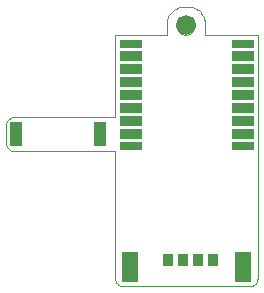
<source format=gbs>
G75*
%MOIN*%
%OFA0B0*%
%FSLAX24Y24*%
%IPPOS*%
%LPD*%
%AMOC8*
5,1,8,0,0,1.08239X$1,22.5*
%
%ADD10C,0.0000*%
%ADD11C,0.0665*%
%ADD12R,0.0434X0.0827*%
%ADD13R,0.0749X0.0316*%
%ADD14R,0.0749X0.0355*%
%ADD15R,0.0540X0.1040*%
%ADD16R,0.0360X0.0390*%
D10*
X009958Y013875D02*
X013333Y013875D01*
X013333Y009625D01*
X013335Y009595D01*
X013340Y009565D01*
X013349Y009536D01*
X013362Y009509D01*
X013377Y009483D01*
X013396Y009459D01*
X013417Y009438D01*
X013441Y009419D01*
X013467Y009404D01*
X013494Y009391D01*
X013523Y009382D01*
X013553Y009377D01*
X013583Y009375D01*
X017831Y009375D01*
X017861Y009377D01*
X017891Y009382D01*
X017920Y009391D01*
X017948Y009403D01*
X017973Y009419D01*
X017997Y009437D01*
X018019Y009458D01*
X018038Y009482D01*
X018053Y009508D01*
X018066Y009535D01*
X018075Y009564D01*
X018081Y009594D01*
X018083Y009624D01*
X018083Y017750D01*
X016333Y017750D01*
X016333Y018124D01*
X016333Y018125D02*
X016330Y018170D01*
X016323Y018215D01*
X016313Y018259D01*
X016300Y018303D01*
X016283Y018345D01*
X016263Y018386D01*
X016239Y018425D01*
X016213Y018462D01*
X016184Y018497D01*
X016152Y018529D01*
X016118Y018559D01*
X016082Y018586D01*
X016043Y018611D01*
X016003Y018632D01*
X015961Y018650D01*
X015918Y018664D01*
X015874Y018675D01*
X015829Y018683D01*
X015784Y018687D01*
X015738Y018688D01*
X015739Y018688D02*
X015603Y018688D01*
X015602Y018687D02*
X015555Y018682D01*
X015509Y018672D01*
X015464Y018660D01*
X015420Y018643D01*
X015377Y018624D01*
X015336Y018601D01*
X015297Y018575D01*
X015260Y018546D01*
X015226Y018514D01*
X015194Y018479D01*
X015164Y018442D01*
X015138Y018403D01*
X015115Y018362D01*
X015096Y018319D01*
X015079Y018275D01*
X015067Y018230D01*
X015057Y018184D01*
X015052Y018137D01*
X015050Y018090D01*
X015052Y018043D01*
X015052Y017750D01*
X013333Y017750D01*
X013333Y015000D01*
X009958Y015000D01*
X009928Y014998D01*
X009898Y014993D01*
X009869Y014984D01*
X009842Y014971D01*
X009816Y014956D01*
X009792Y014937D01*
X009771Y014916D01*
X009752Y014892D01*
X009737Y014866D01*
X009724Y014839D01*
X009715Y014810D01*
X009710Y014780D01*
X009708Y014750D01*
X009708Y014125D01*
X009710Y014095D01*
X009715Y014065D01*
X009724Y014036D01*
X009737Y014009D01*
X009752Y013983D01*
X009771Y013959D01*
X009792Y013938D01*
X009816Y013919D01*
X009842Y013904D01*
X009869Y013891D01*
X009898Y013882D01*
X009928Y013877D01*
X009958Y013875D01*
X015370Y018064D02*
X015372Y018099D01*
X015378Y018134D01*
X015388Y018167D01*
X015401Y018200D01*
X015418Y018231D01*
X015438Y018259D01*
X015462Y018285D01*
X015488Y018309D01*
X015516Y018329D01*
X015547Y018346D01*
X015580Y018359D01*
X015613Y018369D01*
X015648Y018375D01*
X015683Y018377D01*
X015718Y018375D01*
X015753Y018369D01*
X015786Y018359D01*
X015819Y018346D01*
X015850Y018329D01*
X015878Y018309D01*
X015904Y018285D01*
X015928Y018259D01*
X015948Y018231D01*
X015965Y018200D01*
X015978Y018167D01*
X015988Y018134D01*
X015994Y018099D01*
X015996Y018064D01*
X015994Y018029D01*
X015988Y017994D01*
X015978Y017961D01*
X015965Y017928D01*
X015948Y017897D01*
X015928Y017869D01*
X015904Y017843D01*
X015878Y017819D01*
X015850Y017799D01*
X015819Y017782D01*
X015786Y017769D01*
X015753Y017759D01*
X015718Y017753D01*
X015683Y017751D01*
X015648Y017753D01*
X015613Y017759D01*
X015580Y017769D01*
X015547Y017782D01*
X015516Y017799D01*
X015488Y017819D01*
X015462Y017843D01*
X015438Y017869D01*
X015418Y017897D01*
X015401Y017928D01*
X015388Y017961D01*
X015378Y017994D01*
X015372Y018029D01*
X015370Y018064D01*
D11*
X015683Y018064D03*
D12*
X012833Y014436D03*
X010038Y014436D03*
D13*
X013852Y014032D03*
X013852Y017457D03*
X017592Y017457D03*
X017592Y014032D03*
D14*
X017592Y014445D03*
X017592Y014879D03*
X017592Y015312D03*
X017592Y015745D03*
X017592Y016178D03*
X017592Y016611D03*
X017592Y017044D03*
X013852Y017044D03*
X013852Y016611D03*
X013852Y016178D03*
X013852Y015745D03*
X013852Y015312D03*
X013852Y014879D03*
X013852Y014445D03*
D15*
X013833Y010000D03*
X017583Y010000D03*
D16*
X016583Y010250D03*
X016083Y010250D03*
X015583Y010250D03*
X015083Y010250D03*
M02*

</source>
